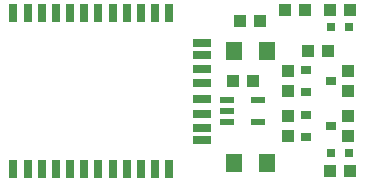
<source format=gbr>
G04 EAGLE Gerber RS-274X export*
G75*
%MOMM*%
%FSLAX34Y34*%
%LPD*%
%INSolderpaste Top*%
%IPPOS*%
%AMOC8*
5,1,8,0,0,1.08239X$1,22.5*%
G01*
%ADD10R,1.100000X1.000000*%
%ADD11R,1.200000X0.550000*%
%ADD12R,0.900000X0.800000*%
%ADD13R,1.000000X1.100000*%
%ADD14R,1.400000X1.600000*%
%ADD15R,0.800000X0.800000*%
%ADD16R,0.800000X1.600000*%
%ADD17R,1.600000X0.800000*%


D10*
X300600Y88900D03*
X283600Y88900D03*
D11*
X279099Y73000D03*
X279099Y63500D03*
X279099Y54000D03*
X305101Y54000D03*
X305101Y73000D03*
D10*
X383150Y12700D03*
X366150Y12700D03*
D12*
X366600Y50800D03*
X345600Y41300D03*
X345600Y60300D03*
D13*
X330200Y59300D03*
X330200Y42300D03*
X381000Y42300D03*
X381000Y59300D03*
D14*
X284450Y19050D03*
X312450Y19050D03*
X284450Y114300D03*
X312450Y114300D03*
D10*
X366150Y149225D03*
X383150Y149225D03*
D12*
X366600Y88900D03*
X345600Y79400D03*
X345600Y98400D03*
D13*
X330200Y97400D03*
X330200Y80400D03*
X381000Y97400D03*
X381000Y80400D03*
D10*
X328050Y149225D03*
X345050Y149225D03*
D15*
X367150Y134620D03*
X382150Y134620D03*
D10*
X364100Y114300D03*
X347100Y114300D03*
D16*
X97990Y14140D03*
X109990Y14140D03*
X121990Y14140D03*
X133990Y14140D03*
X145990Y14140D03*
X157990Y14140D03*
X169990Y14140D03*
X181990Y14140D03*
X193990Y14140D03*
X205990Y14140D03*
X217990Y14140D03*
X229990Y14140D03*
X229990Y146140D03*
X217990Y146140D03*
X205990Y146140D03*
X193990Y146140D03*
X181990Y146140D03*
X169990Y146140D03*
X157990Y146140D03*
X145990Y146140D03*
X133990Y146140D03*
X121990Y146140D03*
X109990Y146140D03*
X97990Y146140D03*
D17*
X257990Y111140D03*
X257990Y49140D03*
X257990Y38918D03*
X257990Y61140D03*
X257990Y73140D03*
X257990Y87140D03*
X257990Y99140D03*
X257990Y121362D03*
D15*
X382150Y27940D03*
X367150Y27940D03*
D10*
X306950Y139700D03*
X289950Y139700D03*
M02*

</source>
